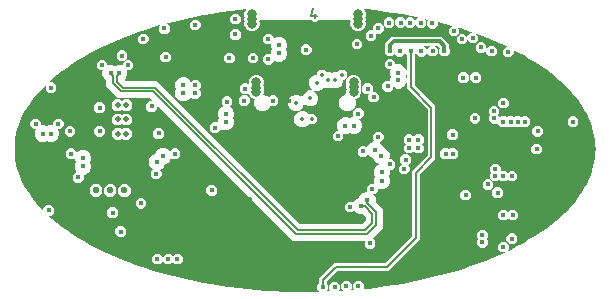
<source format=gtl>
G04 EAGLE Gerber RS-274X export*
G75*
%MOMM*%
%FSLAX34Y34*%
%LPD*%
%IN7_Layer_4*%
%IPPOS*%
%AMOC8*
5,1,8,0,0,1.08239X$1,22.5*%
G01*
%ADD10C,0.152400*%
%ADD11C,0.800000*%
%ADD12C,0.500000*%
%ADD13C,0.550000*%
%ADD14C,0.400000*%
%ADD15C,0.350000*%
%ADD16C,0.300000*%
%ADD17C,0.160000*%

G36*
X255872Y4035D02*
X255872Y4035D01*
X255873Y4035D01*
X262466Y4165D01*
X262467Y4166D01*
X262469Y4166D01*
X262469Y4168D01*
X262471Y4170D01*
X262469Y4171D01*
X262469Y4174D01*
X260505Y6138D01*
X260505Y9862D01*
X261703Y11060D01*
X261704Y11063D01*
X261705Y11064D01*
X261705Y15365D01*
X274635Y28295D01*
X317633Y28295D01*
X317635Y28297D01*
X317637Y28297D01*
X340703Y51363D01*
X340703Y51365D01*
X340704Y51366D01*
X340705Y51367D01*
X340705Y106365D01*
X342637Y108297D01*
X353703Y119363D01*
X353704Y119366D01*
X353705Y119367D01*
X353705Y158633D01*
X353703Y158635D01*
X353703Y158637D01*
X336105Y176235D01*
X336105Y204936D01*
X336103Y204938D01*
X336103Y204939D01*
X335004Y206039D01*
X335002Y206039D01*
X335001Y206041D01*
X334999Y206039D01*
X334997Y206040D01*
X334997Y206037D01*
X334995Y206036D01*
X334995Y205838D01*
X332362Y203205D01*
X328638Y203205D01*
X326104Y205739D01*
X326101Y205739D01*
X326100Y205740D01*
X326099Y205740D01*
X326097Y205740D01*
X326097Y205739D01*
X326096Y205739D01*
X323862Y203505D01*
X320138Y203505D01*
X317505Y206138D01*
X317505Y209862D01*
X318003Y210361D01*
X318004Y210363D01*
X318005Y210364D01*
X318005Y214655D01*
X323345Y219995D01*
X365655Y219995D01*
X371995Y213655D01*
X371995Y210364D01*
X371997Y210362D01*
X371997Y210360D01*
X372495Y209862D01*
X372495Y206138D01*
X369862Y203505D01*
X366138Y203505D01*
X363505Y206138D01*
X363505Y209862D01*
X363993Y210350D01*
X363993Y210357D01*
X362347Y212003D01*
X362344Y212004D01*
X362343Y212005D01*
X360364Y212005D01*
X360363Y212004D01*
X360361Y212004D01*
X360361Y212002D01*
X360359Y212000D01*
X360361Y211999D01*
X360361Y211996D01*
X362495Y209862D01*
X362495Y206138D01*
X359862Y203505D01*
X356138Y203505D01*
X353505Y206138D01*
X353505Y209862D01*
X355639Y211996D01*
X355639Y211998D01*
X355641Y211999D01*
X355639Y212001D01*
X355640Y212003D01*
X355637Y212003D01*
X355636Y212005D01*
X350464Y212005D01*
X350463Y212004D01*
X350461Y212004D01*
X350461Y212002D01*
X350459Y212000D01*
X350461Y211999D01*
X350461Y211996D01*
X352895Y209562D01*
X352895Y205838D01*
X350262Y203205D01*
X346538Y203205D01*
X343905Y205838D01*
X343905Y206136D01*
X343904Y206137D01*
X343904Y206139D01*
X343902Y206139D01*
X343900Y206141D01*
X343899Y206139D01*
X343896Y206139D01*
X342697Y204939D01*
X342696Y204937D01*
X342695Y204936D01*
X342695Y178967D01*
X342697Y178965D01*
X342697Y178963D01*
X360295Y161365D01*
X360295Y116635D01*
X358363Y114703D01*
X347297Y103637D01*
X347297Y103634D01*
X347295Y103633D01*
X347295Y48635D01*
X345363Y46703D01*
X320365Y21705D01*
X277367Y21705D01*
X277365Y21703D01*
X277363Y21703D01*
X268297Y12637D01*
X268296Y12634D01*
X268295Y12633D01*
X268295Y11064D01*
X268297Y11062D01*
X268297Y11060D01*
X269495Y9862D01*
X269495Y6138D01*
X267698Y4341D01*
X267698Y4339D01*
X267696Y4338D01*
X267697Y4336D01*
X267697Y4334D01*
X267700Y4334D01*
X267701Y4332D01*
X271505Y4467D01*
X272131Y4500D01*
X272133Y4501D01*
X272134Y4501D01*
X272134Y4503D01*
X272136Y4504D01*
X272135Y4506D01*
X272135Y4508D01*
X270505Y6138D01*
X270505Y9862D01*
X273138Y12495D01*
X276862Y12495D01*
X279495Y9862D01*
X279495Y6138D01*
X278177Y4820D01*
X278177Y4818D01*
X278175Y4816D01*
X278176Y4815D01*
X278176Y4813D01*
X278179Y4813D01*
X278181Y4811D01*
X279293Y4868D01*
X282543Y5088D01*
X282545Y5089D01*
X282546Y5089D01*
X282546Y5091D01*
X282548Y5092D01*
X282546Y5094D01*
X282547Y5096D01*
X280505Y7138D01*
X280505Y10862D01*
X283138Y13495D01*
X286862Y13495D01*
X289495Y10862D01*
X289495Y7138D01*
X287823Y5465D01*
X287822Y5463D01*
X287821Y5462D01*
X287822Y5461D01*
X287822Y5459D01*
X287825Y5459D01*
X287826Y5457D01*
X291839Y5793D01*
X291840Y5794D01*
X291841Y5794D01*
X291842Y5795D01*
X291843Y5797D01*
X291842Y5799D01*
X291842Y5801D01*
X290505Y7138D01*
X290505Y10862D01*
X293138Y13495D01*
X296862Y13495D01*
X299495Y10862D01*
X299495Y7138D01*
X298807Y6450D01*
X298807Y6448D01*
X298806Y6447D01*
X298807Y6446D01*
X298807Y6444D01*
X298809Y6443D01*
X298811Y6442D01*
X302448Y6805D01*
X310069Y7693D01*
X317631Y8701D01*
X325124Y9827D01*
X332539Y11071D01*
X339871Y12431D01*
X347111Y13905D01*
X354253Y15493D01*
X354254Y15493D01*
X361289Y17192D01*
X368213Y19001D01*
X375016Y20917D01*
X381690Y22939D01*
X388232Y25064D01*
X394633Y27290D01*
X400886Y29615D01*
X406985Y32036D01*
X412924Y34550D01*
X418698Y37155D01*
X419407Y37495D01*
X419408Y37498D01*
X419409Y37499D01*
X419409Y37500D01*
X419409Y37501D01*
X419406Y37503D01*
X419404Y37505D01*
X416138Y37505D01*
X413505Y40138D01*
X413505Y43862D01*
X416138Y46495D01*
X419862Y46495D01*
X422495Y43862D01*
X422495Y40138D01*
X420286Y37929D01*
X420286Y37927D01*
X420285Y37926D01*
X420286Y37926D01*
X420285Y37924D01*
X420286Y37923D01*
X420285Y37922D01*
X420289Y37922D01*
X420290Y37921D01*
X420291Y37921D01*
X420292Y37921D01*
X424299Y39847D01*
X429724Y42624D01*
X434963Y45482D01*
X440015Y48418D01*
X444872Y51428D01*
X449531Y54510D01*
X449531Y54511D01*
X453986Y57659D01*
X458234Y60872D01*
X462268Y64144D01*
X462269Y64144D01*
X466088Y67472D01*
X469687Y70851D01*
X469688Y70851D01*
X473064Y74277D01*
X476216Y77747D01*
X479139Y81256D01*
X481831Y84799D01*
X484291Y88373D01*
X484292Y88373D01*
X486518Y91973D01*
X488511Y95596D01*
X490268Y99236D01*
X490268Y99237D01*
X491790Y102893D01*
X491791Y102893D01*
X493077Y106561D01*
X493077Y106562D01*
X493078Y106562D01*
X494130Y110239D01*
X494947Y113924D01*
X495531Y117614D01*
X495881Y121306D01*
X495998Y125000D01*
X495881Y128694D01*
X495531Y132386D01*
X494948Y136076D01*
X494947Y136076D01*
X494130Y139761D01*
X493078Y143438D01*
X493077Y143439D01*
X491791Y147107D01*
X491790Y147107D01*
X490268Y150763D01*
X490268Y150764D01*
X488511Y154404D01*
X486518Y158027D01*
X484292Y161627D01*
X484291Y161627D01*
X481831Y165201D01*
X479139Y168744D01*
X476216Y172253D01*
X473064Y175723D01*
X469688Y179149D01*
X469687Y179149D01*
X466088Y182528D01*
X462269Y185856D01*
X462268Y185856D01*
X458234Y189128D01*
X453986Y192341D01*
X449531Y195489D01*
X449531Y195490D01*
X444872Y198572D01*
X440015Y201582D01*
X434963Y204518D01*
X429724Y207376D01*
X426182Y209189D01*
X426179Y209189D01*
X426176Y209189D01*
X426176Y209188D01*
X426175Y209188D01*
X426176Y209185D01*
X426176Y209184D01*
X426176Y209181D01*
X426495Y208862D01*
X426495Y205138D01*
X423862Y202505D01*
X420138Y202505D01*
X417505Y205138D01*
X417505Y208862D01*
X420138Y211495D01*
X421485Y211495D01*
X421487Y211497D01*
X421489Y211497D01*
X421489Y211499D01*
X421490Y211500D01*
X421488Y211502D01*
X421487Y211505D01*
X418698Y212845D01*
X412924Y215450D01*
X406985Y217964D01*
X400886Y220385D01*
X394678Y222693D01*
X394675Y222692D01*
X394673Y222692D01*
X394673Y222691D01*
X394671Y222691D01*
X394672Y222688D01*
X394672Y222685D01*
X396495Y220862D01*
X396495Y217138D01*
X393862Y214505D01*
X390138Y214505D01*
X387504Y217139D01*
X387502Y217139D01*
X387501Y217141D01*
X387499Y217139D01*
X387497Y217140D01*
X387497Y217137D01*
X387495Y217136D01*
X387495Y216138D01*
X384862Y213505D01*
X381138Y213505D01*
X378505Y216138D01*
X378505Y219862D01*
X381138Y222495D01*
X384862Y222495D01*
X387496Y219861D01*
X387498Y219861D01*
X387499Y219859D01*
X387501Y219861D01*
X387503Y219860D01*
X387503Y219863D01*
X387505Y219864D01*
X387505Y220862D01*
X390138Y223495D01*
X392345Y223495D01*
X392347Y223497D01*
X392349Y223498D01*
X392349Y223499D01*
X392350Y223500D01*
X392348Y223502D01*
X392347Y223505D01*
X388232Y224936D01*
X381690Y227061D01*
X379709Y227661D01*
X379707Y227660D01*
X379704Y227661D01*
X379704Y227659D01*
X379703Y227659D01*
X379704Y227656D01*
X379704Y227653D01*
X380495Y226862D01*
X380495Y223138D01*
X377862Y220505D01*
X374138Y220505D01*
X371505Y223138D01*
X371505Y226862D01*
X374003Y229360D01*
X374003Y229362D01*
X374004Y229362D01*
X374004Y229364D01*
X374004Y229367D01*
X374002Y229367D01*
X374001Y229369D01*
X368213Y230999D01*
X368212Y230999D01*
X362369Y232526D01*
X362368Y232526D01*
X362367Y232525D01*
X362363Y232523D01*
X362364Y232522D01*
X362363Y232521D01*
X362363Y229542D01*
X359729Y226909D01*
X356006Y226909D01*
X353372Y229542D01*
X353372Y233266D01*
X354537Y234431D01*
X354537Y234432D01*
X354538Y234433D01*
X354537Y234434D01*
X354538Y234437D01*
X354536Y234438D01*
X354535Y234439D01*
X354254Y234507D01*
X351180Y235190D01*
X351179Y235190D01*
X351178Y235189D01*
X351176Y235190D01*
X351175Y235188D01*
X351174Y235187D01*
X351175Y235186D01*
X351174Y235186D01*
X351175Y235185D01*
X351175Y235182D01*
X352495Y233862D01*
X352495Y230138D01*
X349862Y227505D01*
X346138Y227505D01*
X343504Y230139D01*
X343497Y230140D01*
X343497Y230139D01*
X343496Y230139D01*
X340862Y227505D01*
X337138Y227505D01*
X335004Y229639D01*
X335001Y229639D01*
X335001Y229640D01*
X334999Y229640D01*
X334997Y229640D01*
X334997Y229639D01*
X334996Y229639D01*
X332862Y227505D01*
X329138Y227505D01*
X326505Y230138D01*
X326505Y233862D01*
X329138Y236495D01*
X332862Y236495D01*
X334996Y234361D01*
X334999Y234361D01*
X334999Y234360D01*
X335001Y234360D01*
X335003Y234360D01*
X335003Y234361D01*
X335004Y234361D01*
X337138Y236495D01*
X340862Y236495D01*
X343496Y233861D01*
X343503Y233860D01*
X343503Y233861D01*
X343504Y233861D01*
X345964Y236321D01*
X345964Y236322D01*
X345965Y236323D01*
X345964Y236324D01*
X345964Y236327D01*
X345962Y236327D01*
X345961Y236329D01*
X339871Y237569D01*
X332539Y238929D01*
X325124Y240173D01*
X317632Y241299D01*
X317631Y241299D01*
X310069Y242307D01*
X302448Y243195D01*
X299621Y243477D01*
X299619Y243476D01*
X299617Y243476D01*
X299617Y243475D01*
X299615Y243474D01*
X299617Y243472D01*
X299617Y243469D01*
X300406Y242679D01*
X301395Y240292D01*
X301395Y237708D01*
X301103Y237002D01*
X301103Y237000D01*
X301103Y236999D01*
X301103Y236998D01*
X301395Y236292D01*
X301395Y233708D01*
X301103Y233002D01*
X301103Y233000D01*
X301103Y232999D01*
X301103Y232998D01*
X301395Y232292D01*
X301395Y229708D01*
X300406Y227321D01*
X298579Y225494D01*
X296192Y224505D01*
X293608Y224505D01*
X291221Y225494D01*
X289394Y227321D01*
X288405Y229708D01*
X288405Y232292D01*
X288697Y232998D01*
X288697Y233000D01*
X288697Y233002D01*
X288405Y233708D01*
X288405Y234000D01*
X288400Y234005D01*
X261293Y234005D01*
X261291Y234003D01*
X261290Y234004D01*
X259791Y232505D01*
X257093Y232505D01*
X255594Y234004D01*
X255592Y234004D01*
X255590Y234005D01*
X211600Y234005D01*
X211595Y234001D01*
X211596Y234000D01*
X211595Y234000D01*
X211595Y233708D01*
X211303Y233002D01*
X211303Y233000D01*
X211303Y232999D01*
X211303Y232998D01*
X211595Y232292D01*
X211595Y229708D01*
X210606Y227321D01*
X208779Y225494D01*
X206392Y224505D01*
X203808Y224505D01*
X201421Y225494D01*
X199594Y227321D01*
X198605Y229708D01*
X198605Y232292D01*
X198897Y232998D01*
X198897Y233000D01*
X198897Y233002D01*
X198605Y233708D01*
X198605Y236292D01*
X198897Y236998D01*
X198897Y237000D01*
X198897Y237002D01*
X198605Y237708D01*
X198605Y240292D01*
X199594Y242679D01*
X200392Y243477D01*
X200392Y243479D01*
X200393Y243481D01*
X200392Y243482D01*
X200392Y243484D01*
X200390Y243484D01*
X200388Y243486D01*
X193733Y242766D01*
X186141Y241818D01*
X178613Y240751D01*
X171159Y239566D01*
X163783Y238264D01*
X156497Y236846D01*
X149306Y235315D01*
X149305Y235315D01*
X142214Y233671D01*
X142213Y233671D01*
X135234Y231917D01*
X133045Y231323D01*
X133044Y231322D01*
X133043Y231322D01*
X133043Y231320D01*
X133041Y231318D01*
X133043Y231317D01*
X133042Y231315D01*
X135495Y228862D01*
X135495Y225138D01*
X132862Y222505D01*
X129138Y222505D01*
X126505Y225138D01*
X126505Y228862D01*
X127406Y229763D01*
X127406Y229765D01*
X127407Y229767D01*
X127406Y229768D01*
X127406Y229770D01*
X127403Y229770D01*
X127401Y229771D01*
X121631Y228085D01*
X115022Y226012D01*
X115022Y226011D01*
X108550Y223835D01*
X102221Y221559D01*
X96045Y219186D01*
X90024Y216718D01*
X84167Y214159D01*
X78479Y211510D01*
X72967Y208775D01*
X72966Y208775D01*
X67634Y205957D01*
X62487Y203060D01*
X57532Y200086D01*
X52774Y197039D01*
X48216Y193923D01*
X43864Y190742D01*
X39722Y187500D01*
X35795Y184199D01*
X32084Y180845D01*
X28596Y177442D01*
X28596Y177441D01*
X25332Y173993D01*
X22294Y170503D01*
X19486Y166977D01*
X19486Y166976D01*
X16910Y163418D01*
X14566Y159830D01*
X12456Y156219D01*
X12456Y156218D01*
X10581Y152586D01*
X8941Y148937D01*
X8941Y148936D01*
X7537Y145274D01*
X7536Y145274D01*
X6367Y141601D01*
X5432Y137919D01*
X4731Y134232D01*
X4732Y134232D01*
X4731Y134232D01*
X4731Y134231D01*
X4731Y134226D01*
X4730Y134221D01*
X4729Y134216D01*
X4726Y134191D01*
X4726Y134186D01*
X4725Y134181D01*
X4724Y134176D01*
X4724Y134171D01*
X4720Y134141D01*
X4719Y134136D01*
X4719Y134131D01*
X4718Y134126D01*
X4714Y134097D01*
X4714Y134092D01*
X4713Y134087D01*
X4712Y134082D01*
X4712Y134077D01*
X4709Y134052D01*
X4708Y134047D01*
X4707Y134042D01*
X4707Y134037D01*
X4706Y134032D01*
X4702Y134002D01*
X4702Y133997D01*
X4701Y133992D01*
X4701Y133987D01*
X4697Y133958D01*
X4697Y133957D01*
X4696Y133953D01*
X4696Y133952D01*
X4696Y133948D01*
X4695Y133948D01*
X4696Y133948D01*
X4695Y133943D01*
X4694Y133938D01*
X4691Y133913D01*
X4690Y133908D01*
X4690Y133903D01*
X4689Y133898D01*
X4689Y133893D01*
X4685Y133868D01*
X4685Y133863D01*
X4684Y133858D01*
X4684Y133853D01*
X4683Y133848D01*
X4679Y133818D01*
X4679Y133813D01*
X4678Y133808D01*
X4677Y133803D01*
X4674Y133774D01*
X4673Y133774D01*
X4674Y133774D01*
X4673Y133769D01*
X4672Y133764D01*
X4672Y133759D01*
X4671Y133754D01*
X4668Y133729D01*
X4667Y133724D01*
X4667Y133719D01*
X4666Y133714D01*
X4665Y133709D01*
X4662Y133679D01*
X4661Y133674D01*
X4660Y133669D01*
X4660Y133664D01*
X4656Y133635D01*
X4656Y133634D01*
X4655Y133630D01*
X4655Y133625D01*
X4654Y133620D01*
X4653Y133615D01*
X4650Y133590D01*
X4650Y133585D01*
X4649Y133580D01*
X4648Y133575D01*
X4648Y133570D01*
X4644Y133540D01*
X4643Y133535D01*
X4643Y133530D01*
X4642Y133525D01*
X4638Y133495D01*
X4638Y133490D01*
X4637Y133485D01*
X4636Y133481D01*
X4636Y133480D01*
X4636Y133476D01*
X4636Y133475D01*
X4633Y133451D01*
X4632Y133446D01*
X4631Y133441D01*
X4631Y133436D01*
X4630Y133431D01*
X4626Y133401D01*
X4626Y133396D01*
X4625Y133391D01*
X4625Y133386D01*
X4624Y133386D01*
X4625Y133386D01*
X4621Y133356D01*
X4620Y133351D01*
X4619Y133346D01*
X4619Y133341D01*
X4618Y133336D01*
X4615Y133312D01*
X4614Y133307D01*
X4614Y133302D01*
X4613Y133297D01*
X4613Y133292D01*
X4609Y133262D01*
X4608Y133257D01*
X4608Y133252D01*
X4607Y133247D01*
X4603Y133217D01*
X4603Y133212D01*
X4602Y133212D01*
X4603Y133212D01*
X4602Y133207D01*
X4601Y133202D01*
X4601Y133197D01*
X4597Y133172D01*
X4597Y133167D01*
X4596Y133163D01*
X4596Y133162D01*
X4596Y133158D01*
X4596Y133157D01*
X4595Y133153D01*
X4591Y133123D01*
X4591Y133118D01*
X4590Y133113D01*
X4589Y133108D01*
X4586Y133078D01*
X4585Y133073D01*
X4584Y133068D01*
X4584Y133063D01*
X4580Y133033D01*
X4579Y133028D01*
X4579Y133023D01*
X4578Y133018D01*
X4577Y133013D01*
X4574Y132989D01*
X4574Y132984D01*
X4573Y132979D01*
X4572Y132974D01*
X4572Y132969D01*
X4568Y132939D01*
X4567Y132934D01*
X4567Y132929D01*
X4566Y132924D01*
X4562Y132894D01*
X4562Y132889D01*
X4561Y132884D01*
X4560Y132879D01*
X4560Y132874D01*
X4557Y132849D01*
X4556Y132845D01*
X4556Y132844D01*
X4555Y132840D01*
X4555Y132839D01*
X4555Y132835D01*
X4554Y132830D01*
X4550Y132800D01*
X4550Y132795D01*
X4549Y132790D01*
X4548Y132785D01*
X4545Y132755D01*
X4544Y132750D01*
X4543Y132745D01*
X4543Y132740D01*
X4542Y132735D01*
X4539Y132710D01*
X4538Y132705D01*
X4538Y132700D01*
X4537Y132695D01*
X4537Y132690D01*
X4533Y132661D01*
X4532Y132656D01*
X4532Y132651D01*
X4531Y132651D01*
X4532Y132651D01*
X4531Y132646D01*
X4527Y132616D01*
X4526Y132611D01*
X4526Y132606D01*
X4525Y132601D01*
X4525Y132596D01*
X4521Y132571D01*
X4521Y132566D01*
X4520Y132561D01*
X4520Y132556D01*
X4519Y132551D01*
X4515Y132522D01*
X4515Y132521D01*
X4515Y132517D01*
X4514Y132512D01*
X4513Y132507D01*
X4510Y132477D01*
X4509Y132477D01*
X4510Y132477D01*
X4509Y132472D01*
X4508Y132467D01*
X4508Y132462D01*
X4507Y132457D01*
X4504Y132432D01*
X4503Y132427D01*
X4503Y132422D01*
X4502Y132417D01*
X4501Y132412D01*
X4498Y132382D01*
X4497Y132377D01*
X4496Y132372D01*
X4496Y132368D01*
X4496Y132367D01*
X4492Y132338D01*
X4491Y132333D01*
X4491Y132328D01*
X4490Y132323D01*
X4486Y132293D01*
X4486Y132288D01*
X4485Y132283D01*
X4484Y132278D01*
X4484Y132273D01*
X4481Y132248D01*
X4480Y132243D01*
X4479Y132238D01*
X4479Y132233D01*
X4478Y132228D01*
X4474Y132199D01*
X4474Y132194D01*
X4473Y132189D01*
X4472Y132184D01*
X4469Y132154D01*
X4468Y132149D01*
X4467Y132144D01*
X4467Y132139D01*
X4466Y132134D01*
X4463Y132109D01*
X4462Y132104D01*
X4462Y132099D01*
X4461Y132094D01*
X4461Y132089D01*
X4460Y132089D01*
X4457Y132059D01*
X4456Y132054D01*
X4455Y132050D01*
X4455Y132049D01*
X4455Y132045D01*
X4455Y132044D01*
X4451Y132015D01*
X4450Y132010D01*
X4450Y132005D01*
X4449Y132000D01*
X4449Y131995D01*
X4445Y131970D01*
X4445Y131965D01*
X4444Y131960D01*
X4444Y131955D01*
X4443Y131950D01*
X4439Y131920D01*
X4439Y131915D01*
X4438Y131915D01*
X4439Y131915D01*
X4438Y131910D01*
X4437Y131905D01*
X4433Y131876D01*
X4433Y131871D01*
X4432Y131866D01*
X4432Y131861D01*
X4431Y131856D01*
X4428Y131831D01*
X4427Y131826D01*
X4427Y131821D01*
X4426Y131816D01*
X4425Y131811D01*
X4422Y131781D01*
X4421Y131776D01*
X4420Y131771D01*
X4420Y131766D01*
X4416Y131736D01*
X4415Y131732D01*
X4415Y131731D01*
X4415Y131727D01*
X4415Y131726D01*
X4414Y131722D01*
X4413Y131717D01*
X4410Y131692D01*
X4410Y131687D01*
X4409Y131682D01*
X4408Y131677D01*
X4408Y131672D01*
X4404Y131642D01*
X4403Y131637D01*
X4403Y131632D01*
X4402Y131627D01*
X4398Y131597D01*
X4398Y131592D01*
X4397Y131587D01*
X4396Y131582D01*
X4393Y131553D01*
X4392Y131548D01*
X4391Y131543D01*
X4391Y131538D01*
X4390Y131533D01*
X4387Y131508D01*
X4386Y131503D01*
X4386Y131498D01*
X4385Y131493D01*
X4384Y131488D01*
X4381Y131458D01*
X4380Y131453D01*
X4379Y131448D01*
X4379Y131443D01*
X4375Y131414D01*
X4375Y131413D01*
X4374Y131409D01*
X4374Y131408D01*
X4374Y131404D01*
X4373Y131399D01*
X4373Y131394D01*
X4369Y131369D01*
X4369Y131364D01*
X4368Y131359D01*
X4368Y131354D01*
X4367Y131354D01*
X4368Y131354D01*
X4367Y131349D01*
X4363Y131319D01*
X4362Y131314D01*
X4362Y131309D01*
X4361Y131304D01*
X4357Y131274D01*
X4357Y131269D01*
X4356Y131264D01*
X4356Y131259D01*
X4355Y131255D01*
X4355Y131254D01*
X4352Y131230D01*
X4351Y131225D01*
X4351Y131220D01*
X4350Y131215D01*
X4349Y131210D01*
X4346Y131180D01*
X4345Y131180D01*
X4346Y131180D01*
X4345Y131175D01*
X4344Y131170D01*
X4344Y131165D01*
X4340Y131135D01*
X4339Y131130D01*
X4339Y131125D01*
X4338Y131120D01*
X4337Y131115D01*
X4334Y131091D01*
X4334Y131090D01*
X4334Y131086D01*
X4333Y131081D01*
X4332Y131076D01*
X4332Y131071D01*
X4328Y131041D01*
X4327Y131036D01*
X4327Y131031D01*
X4326Y131026D01*
X4322Y130996D01*
X4322Y130991D01*
X4321Y130986D01*
X4320Y130981D01*
X4320Y130976D01*
X4317Y130951D01*
X4316Y130946D01*
X4315Y130941D01*
X4315Y130937D01*
X4315Y130936D01*
X4314Y130932D01*
X4314Y130931D01*
X4310Y130902D01*
X4310Y130897D01*
X4309Y130892D01*
X4308Y130887D01*
X4305Y130857D01*
X4304Y130852D01*
X4303Y130847D01*
X4303Y130842D01*
X4299Y130812D01*
X4298Y130807D01*
X4298Y130802D01*
X4297Y130797D01*
X4297Y130792D01*
X4296Y130792D01*
X4293Y130768D01*
X4293Y130763D01*
X4292Y130758D01*
X4291Y130753D01*
X4291Y130748D01*
X4287Y130718D01*
X4286Y130713D01*
X4286Y130708D01*
X4285Y130703D01*
X4281Y130673D01*
X4281Y130668D01*
X4280Y130663D01*
X4280Y130658D01*
X4279Y130653D01*
X4276Y130628D01*
X4275Y130623D01*
X4275Y130619D01*
X4274Y130618D01*
X4275Y130618D01*
X4274Y130614D01*
X4274Y130613D01*
X4273Y130609D01*
X4269Y130579D01*
X4269Y130574D01*
X4268Y130569D01*
X4268Y130564D01*
X4265Y130540D01*
X4264Y130534D01*
X4264Y130529D01*
X4264Y130524D01*
X4257Y130415D01*
X4256Y130410D01*
X4256Y130405D01*
X4249Y130296D01*
X4249Y130295D01*
X4249Y130291D01*
X4249Y130286D01*
X4242Y130176D01*
X4241Y130171D01*
X4241Y130166D01*
X4241Y130161D01*
X4234Y130057D01*
X4234Y130052D01*
X4233Y130047D01*
X4233Y130042D01*
X4227Y129938D01*
X4226Y129933D01*
X4226Y129928D01*
X4226Y129923D01*
X4219Y129819D01*
X4219Y129818D01*
X4219Y129814D01*
X4218Y129809D01*
X4218Y129804D01*
X4212Y129699D01*
X4211Y129699D01*
X4212Y129699D01*
X4211Y129694D01*
X4211Y129689D01*
X4211Y129684D01*
X4204Y129575D01*
X4203Y129570D01*
X4203Y129565D01*
X4196Y129456D01*
X4196Y129451D01*
X4196Y129446D01*
X4195Y129446D01*
X4189Y129337D01*
X4188Y129332D01*
X4188Y129327D01*
X4181Y129217D01*
X4181Y129212D01*
X4180Y129207D01*
X4174Y129098D01*
X4173Y129093D01*
X4173Y129088D01*
X4166Y128979D01*
X4166Y128974D01*
X4165Y128969D01*
X4158Y128860D01*
X4158Y128855D01*
X4158Y128850D01*
X4151Y128740D01*
X4151Y128735D01*
X4150Y128730D01*
X4143Y128621D01*
X4143Y128616D01*
X4143Y128611D01*
X4136Y128502D01*
X4136Y128497D01*
X4135Y128492D01*
X4128Y128383D01*
X4128Y128378D01*
X4128Y128373D01*
X4121Y128263D01*
X4121Y128258D01*
X4120Y128258D01*
X4121Y128258D01*
X4120Y128253D01*
X4113Y128144D01*
X4113Y128139D01*
X4113Y128134D01*
X4106Y128025D01*
X4105Y128020D01*
X4105Y128015D01*
X4098Y127906D01*
X4098Y127901D01*
X4098Y127896D01*
X4091Y127786D01*
X4090Y127781D01*
X4090Y127776D01*
X4083Y127667D01*
X4083Y127662D01*
X4083Y127657D01*
X4076Y127548D01*
X4075Y127543D01*
X4075Y127538D01*
X4068Y127429D01*
X4068Y127424D01*
X4067Y127419D01*
X4061Y127309D01*
X4060Y127304D01*
X4060Y127299D01*
X4053Y127190D01*
X4053Y127185D01*
X4052Y127180D01*
X4046Y127071D01*
X4045Y127071D01*
X4046Y127071D01*
X4045Y127066D01*
X4045Y127061D01*
X4038Y126952D01*
X4038Y126947D01*
X4037Y126942D01*
X4031Y126847D01*
X4032Y126847D01*
X4031Y126847D01*
X4031Y123153D01*
X4032Y123153D01*
X4031Y123153D01*
X4265Y119460D01*
X4731Y115768D01*
X4732Y115768D01*
X4731Y115768D01*
X5432Y112081D01*
X6367Y108399D01*
X7536Y104726D01*
X7537Y104726D01*
X8941Y101063D01*
X10581Y97414D01*
X12456Y93782D01*
X12456Y93781D01*
X14566Y90170D01*
X16910Y86582D01*
X19486Y83024D01*
X19486Y83023D01*
X22294Y79497D01*
X25332Y76007D01*
X28496Y72664D01*
X28498Y72664D01*
X28499Y72662D01*
X28500Y72663D01*
X28500Y72662D01*
X28501Y72663D01*
X28503Y72663D01*
X28503Y72665D01*
X28505Y72667D01*
X28505Y74862D01*
X31138Y77495D01*
X34862Y77495D01*
X37495Y74862D01*
X37495Y71138D01*
X34862Y68505D01*
X32817Y68505D01*
X32815Y68504D01*
X32813Y68504D01*
X32813Y68502D01*
X32812Y68500D01*
X32813Y68499D01*
X32813Y68496D01*
X35795Y65801D01*
X39722Y62500D01*
X43864Y59258D01*
X48216Y56077D01*
X52774Y52961D01*
X57532Y49914D01*
X62487Y46940D01*
X67634Y44043D01*
X72966Y41225D01*
X72967Y41225D01*
X78479Y38490D01*
X84167Y35841D01*
X90024Y33282D01*
X96045Y30814D01*
X102222Y28441D01*
X108550Y26165D01*
X115022Y23989D01*
X115022Y23988D01*
X121631Y21915D01*
X128371Y19945D01*
X135234Y18083D01*
X142213Y16329D01*
X149305Y14685D01*
X156497Y13154D01*
X163783Y11736D01*
X171159Y10434D01*
X178613Y9249D01*
X186141Y8182D01*
X193734Y7234D01*
X201384Y6406D01*
X209082Y5700D01*
X216823Y5115D01*
X224597Y4653D01*
X232397Y4313D01*
X240215Y4097D01*
X248043Y4004D01*
X255872Y4035D01*
G37*
%LPC*%
G36*
X303138Y40505D02*
X303138Y40505D01*
X300505Y43138D01*
X300505Y46862D01*
X300539Y46896D01*
X300539Y46898D01*
X300540Y46899D01*
X300541Y46899D01*
X300539Y46901D01*
X300540Y46903D01*
X300537Y46903D01*
X300536Y46905D01*
X239900Y46905D01*
X236503Y50301D01*
X124504Y162301D01*
X124502Y162301D01*
X124501Y162302D01*
X124499Y162301D01*
X124497Y162301D01*
X124497Y162299D01*
X124495Y162297D01*
X124495Y159138D01*
X121862Y156505D01*
X118138Y156505D01*
X115505Y159138D01*
X115505Y162862D01*
X118138Y165495D01*
X121297Y165495D01*
X121298Y165496D01*
X121300Y165496D01*
X121300Y165498D01*
X121302Y165500D01*
X121301Y165501D01*
X121301Y165504D01*
X118901Y167903D01*
X118899Y167904D01*
X118897Y167905D01*
X91883Y167905D01*
X81555Y178233D01*
X81555Y183018D01*
X81552Y183021D01*
X81552Y183022D01*
X81438Y183070D01*
X79470Y185038D01*
X78405Y187609D01*
X78405Y190391D01*
X78863Y191498D01*
X78863Y191499D01*
X78862Y191501D01*
X78861Y191504D01*
X78860Y191504D01*
X78859Y191505D01*
X76138Y191505D01*
X73505Y194138D01*
X73505Y197862D01*
X76138Y200495D01*
X79862Y200495D01*
X82495Y197862D01*
X82495Y195376D01*
X82496Y195375D01*
X82495Y195374D01*
X82497Y195374D01*
X82500Y195371D01*
X82501Y195372D01*
X82502Y195371D01*
X84009Y195995D01*
X86791Y195995D01*
X88998Y195081D01*
X89000Y195082D01*
X89002Y195081D01*
X91209Y195995D01*
X93991Y195995D01*
X95498Y195371D01*
X95499Y195371D01*
X95501Y195372D01*
X95504Y195373D01*
X95504Y195375D01*
X95505Y195376D01*
X95505Y197862D01*
X98138Y200495D01*
X101862Y200495D01*
X104495Y197862D01*
X104495Y194138D01*
X101862Y191505D01*
X99141Y191505D01*
X99141Y191504D01*
X99140Y191505D01*
X99139Y191503D01*
X99137Y191500D01*
X99138Y191499D01*
X99137Y191498D01*
X99595Y190391D01*
X99595Y187609D01*
X98530Y185038D01*
X97173Y183680D01*
X97172Y183673D01*
X97173Y183673D01*
X98049Y182797D01*
X98051Y182796D01*
X98053Y182795D01*
X125067Y182795D01*
X246066Y61797D01*
X246068Y61796D01*
X246069Y61796D01*
X246070Y61795D01*
X298597Y61795D01*
X298599Y61797D01*
X298601Y61797D01*
X301203Y64399D01*
X301204Y64401D01*
X301205Y64403D01*
X301205Y67597D01*
X301203Y67599D01*
X301203Y67601D01*
X299132Y69672D01*
X299128Y69672D01*
X299127Y69673D01*
X299013Y69626D01*
X296230Y69626D01*
X293659Y70691D01*
X291691Y72659D01*
X291496Y73129D01*
X291495Y73130D01*
X291493Y73130D01*
X291490Y73132D01*
X291489Y73131D01*
X291488Y73131D01*
X289862Y71505D01*
X286138Y71505D01*
X283505Y74138D01*
X283505Y77862D01*
X286138Y80495D01*
X289862Y80495D01*
X291124Y79233D01*
X291125Y79233D01*
X291125Y79232D01*
X291127Y79233D01*
X291131Y79233D01*
X291131Y79234D01*
X291132Y79235D01*
X291691Y80583D01*
X293659Y82551D01*
X295865Y83465D01*
X295866Y83467D01*
X295868Y83468D01*
X296782Y85675D01*
X298750Y87643D01*
X301321Y88707D01*
X302923Y88707D01*
X302925Y88709D01*
X302926Y88708D01*
X302927Y88710D01*
X302928Y88712D01*
X302927Y88714D01*
X302927Y88716D01*
X302505Y89138D01*
X302505Y92862D01*
X305138Y95495D01*
X308417Y95495D01*
X308418Y95496D01*
X308418Y95495D01*
X308419Y95497D01*
X308422Y95500D01*
X308421Y95501D01*
X308422Y95502D01*
X308005Y96509D01*
X308005Y99291D01*
X308919Y101498D01*
X308918Y101500D01*
X308919Y101500D01*
X308918Y101501D01*
X308919Y101502D01*
X308005Y103709D01*
X308005Y106491D01*
X309070Y109062D01*
X311038Y111030D01*
X313609Y112095D01*
X316391Y112095D01*
X317498Y111637D01*
X317499Y111637D01*
X317501Y111638D01*
X317504Y111639D01*
X317504Y111640D01*
X317505Y111641D01*
X317505Y112865D01*
X317504Y112866D01*
X317505Y112867D01*
X317503Y112867D01*
X317500Y112870D01*
X317499Y112870D01*
X317498Y112870D01*
X316104Y112293D01*
X313321Y112293D01*
X310750Y113357D01*
X308782Y115325D01*
X307868Y117532D01*
X307866Y117533D01*
X307865Y117535D01*
X305659Y118449D01*
X303691Y120416D01*
X303425Y121058D01*
X303424Y121059D01*
X303425Y121059D01*
X303423Y121060D01*
X303419Y121061D01*
X303419Y121060D01*
X303417Y121060D01*
X300862Y118505D01*
X297138Y118505D01*
X294505Y121138D01*
X294505Y124862D01*
X297138Y127495D01*
X300862Y127495D01*
X302618Y125740D01*
X302619Y125739D01*
X302620Y125738D01*
X302621Y125739D01*
X302622Y125739D01*
X302624Y125739D01*
X302624Y125741D01*
X302626Y125743D01*
X302626Y125770D01*
X303691Y128341D01*
X305659Y130309D01*
X308230Y131374D01*
X309257Y131374D01*
X309258Y131375D01*
X309260Y131375D01*
X309260Y131377D01*
X309262Y131378D01*
X309260Y131380D01*
X309260Y131383D01*
X307505Y133138D01*
X307505Y136862D01*
X310138Y139495D01*
X313862Y139495D01*
X316495Y136862D01*
X316495Y133138D01*
X313862Y130505D01*
X313136Y130505D01*
X313134Y130503D01*
X313132Y130502D01*
X313132Y130501D01*
X313131Y130500D01*
X313133Y130498D01*
X313134Y130495D01*
X313584Y130309D01*
X315552Y128341D01*
X316466Y126135D01*
X316468Y126134D01*
X316468Y126132D01*
X318675Y125218D01*
X320643Y123250D01*
X321708Y120679D01*
X321708Y117896D01*
X321130Y116502D01*
X321130Y116501D01*
X321131Y116499D01*
X321132Y116496D01*
X321134Y116496D01*
X321135Y116495D01*
X323862Y116495D01*
X326495Y113862D01*
X326495Y110138D01*
X323862Y107505D01*
X321583Y107505D01*
X321582Y107504D01*
X321582Y107505D01*
X321581Y107503D01*
X321578Y107500D01*
X321579Y107499D01*
X321578Y107498D01*
X321995Y106491D01*
X321995Y103709D01*
X321081Y101502D01*
X321082Y101500D01*
X321081Y101498D01*
X321995Y99291D01*
X321995Y96509D01*
X320930Y93938D01*
X318962Y91970D01*
X316391Y90905D01*
X313609Y90905D01*
X311502Y91777D01*
X311501Y91777D01*
X311501Y91778D01*
X311500Y91777D01*
X311499Y91776D01*
X311496Y91775D01*
X311496Y91774D01*
X311495Y91773D01*
X311495Y89138D01*
X308862Y86505D01*
X307825Y86505D01*
X307823Y86504D01*
X307821Y86504D01*
X307821Y86502D01*
X307820Y86500D01*
X307821Y86499D01*
X307821Y86496D01*
X308643Y85675D01*
X309708Y83104D01*
X309708Y80321D01*
X309660Y80207D01*
X309660Y80206D01*
X309661Y80204D01*
X309661Y80203D01*
X309661Y80201D01*
X316095Y73767D01*
X316095Y58233D01*
X308164Y50301D01*
X307113Y49251D01*
X307113Y49244D01*
X309495Y46862D01*
X309495Y43138D01*
X306862Y40505D01*
X303138Y40505D01*
G37*
%LPD*%
%LPC*%
G36*
X212609Y157005D02*
X212609Y157005D01*
X210038Y158070D01*
X208070Y160038D01*
X207005Y162609D01*
X207005Y165391D01*
X207670Y166998D01*
X207670Y166999D01*
X207671Y166999D01*
X207669Y167001D01*
X207668Y167004D01*
X207667Y167004D01*
X207666Y167005D01*
X207408Y167005D01*
X205021Y167994D01*
X203194Y169821D01*
X202205Y172208D01*
X202205Y172836D01*
X202204Y172837D01*
X202204Y172839D01*
X202202Y172839D01*
X202200Y172841D01*
X202199Y172839D01*
X202196Y172839D01*
X200862Y171505D01*
X197138Y171505D01*
X194505Y174138D01*
X194505Y177862D01*
X197138Y180495D01*
X200862Y180495D01*
X202452Y178906D01*
X202453Y178905D01*
X202454Y178905D01*
X202458Y178905D01*
X202458Y178907D01*
X202460Y178907D01*
X202601Y179248D01*
X202600Y179250D01*
X202601Y179252D01*
X202205Y180208D01*
X202205Y182792D01*
X203194Y185179D01*
X205021Y187006D01*
X207408Y187995D01*
X209992Y187995D01*
X212379Y187006D01*
X214206Y185179D01*
X215195Y182792D01*
X215195Y180208D01*
X214799Y179252D01*
X214800Y179250D01*
X214799Y179248D01*
X215195Y178292D01*
X215195Y175708D01*
X215006Y175252D01*
X215007Y175250D01*
X215006Y175248D01*
X215195Y174792D01*
X215195Y172208D01*
X214696Y171002D01*
X214696Y171001D01*
X214695Y171001D01*
X214697Y170999D01*
X214698Y170996D01*
X214699Y170996D01*
X214700Y170995D01*
X215391Y170995D01*
X217962Y169930D01*
X219264Y168628D01*
X219271Y168628D01*
X221138Y170495D01*
X224862Y170495D01*
X227495Y167862D01*
X227495Y164138D01*
X224862Y161505D01*
X221138Y161505D01*
X220719Y161924D01*
X220718Y161924D01*
X220718Y161925D01*
X220716Y161924D01*
X220712Y161924D01*
X220712Y161923D01*
X220711Y161922D01*
X219930Y160038D01*
X217962Y158070D01*
X215391Y157005D01*
X212609Y157005D01*
G37*
%LPD*%
%LPC*%
G36*
X258658Y174255D02*
X258658Y174255D01*
X256179Y175282D01*
X254282Y177179D01*
X253255Y179658D01*
X253255Y182342D01*
X254282Y184821D01*
X256179Y186718D01*
X258658Y187745D01*
X259750Y187745D01*
X259755Y187750D01*
X259754Y187750D01*
X259755Y187750D01*
X259755Y189758D01*
X262242Y192245D01*
X265758Y192245D01*
X268245Y189758D01*
X268245Y189726D01*
X268246Y189726D01*
X268245Y189725D01*
X268247Y189724D01*
X268250Y189722D01*
X268251Y189723D01*
X268252Y189722D01*
X268308Y189745D01*
X270992Y189745D01*
X272498Y189121D01*
X272500Y189122D01*
X272502Y189121D01*
X274008Y189745D01*
X276692Y189745D01*
X276748Y189722D01*
X276749Y189722D01*
X276751Y189723D01*
X276754Y189724D01*
X276754Y189725D01*
X276755Y189726D01*
X276755Y189758D01*
X279242Y192245D01*
X282758Y192245D01*
X285245Y189758D01*
X285245Y186242D01*
X282758Y183755D01*
X282100Y183755D01*
X282095Y183750D01*
X282096Y183750D01*
X282095Y183750D01*
X282095Y181658D01*
X281068Y179179D01*
X279171Y177282D01*
X276692Y176255D01*
X274008Y176255D01*
X272502Y176879D01*
X272500Y176878D01*
X272498Y176879D01*
X270992Y176255D01*
X268308Y176255D01*
X265829Y177282D01*
X265786Y177325D01*
X265785Y177325D01*
X265785Y177326D01*
X265783Y177325D01*
X265779Y177325D01*
X265779Y177324D01*
X265778Y177323D01*
X265718Y177179D01*
X263821Y175282D01*
X261342Y174255D01*
X258658Y174255D01*
G37*
%LPD*%
%LPC*%
G36*
X284559Y156755D02*
X284559Y156755D01*
X281896Y157858D01*
X279858Y159896D01*
X278755Y162559D01*
X278755Y165441D01*
X279858Y168104D01*
X281896Y170142D01*
X284559Y171245D01*
X285196Y171245D01*
X285197Y171246D01*
X285197Y171245D01*
X285198Y171247D01*
X285201Y171250D01*
X285200Y171251D01*
X285201Y171252D01*
X284805Y172208D01*
X284805Y174792D01*
X285097Y175498D01*
X285097Y175499D01*
X285097Y175500D01*
X285097Y175501D01*
X285097Y175502D01*
X284805Y176208D01*
X284805Y178792D01*
X285097Y179498D01*
X285097Y179499D01*
X285097Y179500D01*
X285097Y179501D01*
X285097Y179502D01*
X284805Y180208D01*
X284805Y182792D01*
X285794Y185179D01*
X287621Y187006D01*
X290008Y187995D01*
X292592Y187995D01*
X294979Y187006D01*
X296806Y185179D01*
X297795Y182792D01*
X297795Y180208D01*
X297503Y179502D01*
X297503Y179501D01*
X297503Y179500D01*
X297503Y179498D01*
X297795Y178792D01*
X297795Y176208D01*
X297503Y175502D01*
X297503Y175501D01*
X297503Y175500D01*
X297503Y175498D01*
X297795Y174792D01*
X297795Y172208D01*
X296806Y169821D01*
X294979Y167994D01*
X292601Y167009D01*
X292600Y167006D01*
X292598Y167005D01*
X292599Y167004D01*
X292598Y167003D01*
X292599Y167003D01*
X292599Y167002D01*
X293245Y165441D01*
X293245Y162559D01*
X292142Y159896D01*
X290104Y157858D01*
X287441Y156755D01*
X284559Y156755D01*
G37*
%LPD*%
%LPC*%
G36*
X276138Y131505D02*
X276138Y131505D01*
X273505Y134138D01*
X273505Y137862D01*
X276138Y140495D01*
X278450Y140495D01*
X278451Y140496D01*
X278453Y140496D01*
X278453Y140498D01*
X278455Y140500D01*
X278453Y140501D01*
X278454Y140504D01*
X278220Y140738D01*
X277155Y143309D01*
X277155Y146091D01*
X278220Y148662D01*
X280188Y150630D01*
X282759Y151695D01*
X285541Y151695D01*
X287495Y150886D01*
X287497Y150887D01*
X287499Y150886D01*
X289810Y151844D01*
X291787Y151844D01*
X291789Y151845D01*
X291790Y151845D01*
X291790Y151846D01*
X291792Y151848D01*
X291791Y151850D01*
X291791Y151852D01*
X290505Y153138D01*
X290505Y156862D01*
X293138Y159495D01*
X296862Y159495D01*
X299495Y156862D01*
X299495Y153138D01*
X296862Y150505D01*
X295450Y150505D01*
X295449Y150504D01*
X295447Y150504D01*
X295447Y150502D01*
X295445Y150500D01*
X295447Y150499D01*
X295446Y150496D01*
X297132Y148811D01*
X298197Y146240D01*
X298197Y143457D01*
X297132Y140886D01*
X295164Y138918D01*
X292593Y137853D01*
X289810Y137853D01*
X287857Y138662D01*
X287856Y138662D01*
X287854Y138662D01*
X287853Y138662D01*
X285541Y137705D01*
X282759Y137705D01*
X282502Y137811D01*
X282501Y137811D01*
X282499Y137810D01*
X282496Y137809D01*
X282496Y137807D01*
X282495Y137806D01*
X282495Y134138D01*
X279862Y131505D01*
X276138Y131505D01*
G37*
%LPD*%
%LPC*%
G36*
X56138Y96505D02*
X56138Y96505D01*
X53505Y99138D01*
X53505Y102862D01*
X56138Y105495D01*
X56900Y105495D01*
X56901Y105496D01*
X56903Y105496D01*
X56903Y105498D01*
X56905Y105500D01*
X56903Y105501D01*
X56904Y105504D01*
X56070Y106338D01*
X55005Y108909D01*
X55005Y111691D01*
X55815Y113648D01*
X55815Y113649D01*
X55815Y113650D01*
X55815Y113652D01*
X55005Y115609D01*
X55005Y117636D01*
X55004Y117637D01*
X55004Y117639D01*
X55002Y117639D01*
X55000Y117641D01*
X54999Y117640D01*
X54998Y117639D01*
X54996Y117639D01*
X53862Y116505D01*
X50138Y116505D01*
X47505Y119138D01*
X47505Y122862D01*
X50138Y125495D01*
X53862Y125495D01*
X56495Y122862D01*
X56495Y121400D01*
X56496Y121399D01*
X56496Y121397D01*
X56498Y121397D01*
X56500Y121395D01*
X56501Y121396D01*
X56502Y121396D01*
X56504Y121396D01*
X58038Y122930D01*
X60609Y123995D01*
X63391Y123995D01*
X65962Y122930D01*
X67930Y120962D01*
X68995Y118391D01*
X68995Y115609D01*
X68185Y113652D01*
X68185Y113651D01*
X68185Y113650D01*
X68185Y113649D01*
X68185Y113648D01*
X68995Y111691D01*
X68995Y108909D01*
X67930Y106338D01*
X65962Y104370D01*
X63391Y103305D01*
X62064Y103305D01*
X62063Y103304D01*
X62061Y103304D01*
X62061Y103302D01*
X62059Y103300D01*
X62061Y103299D01*
X62061Y103296D01*
X62495Y102862D01*
X62495Y99138D01*
X59862Y96505D01*
X56138Y96505D01*
G37*
%LPD*%
%LPC*%
G36*
X217138Y196505D02*
X217138Y196505D01*
X214505Y199138D01*
X214505Y202862D01*
X217138Y205495D01*
X220862Y205495D01*
X220996Y205361D01*
X220998Y205361D01*
X220999Y205359D01*
X221001Y205361D01*
X221003Y205360D01*
X221003Y205363D01*
X221005Y205364D01*
X221005Y207441D01*
X221765Y209277D01*
X221765Y209280D01*
X221765Y209281D01*
X220905Y211359D01*
X220905Y213536D01*
X220904Y213537D01*
X220904Y213539D01*
X220902Y213539D01*
X220900Y213541D01*
X220899Y213539D01*
X220896Y213539D01*
X220862Y213505D01*
X217138Y213505D01*
X214505Y216138D01*
X214505Y219862D01*
X217138Y222495D01*
X220862Y222495D01*
X223495Y219862D01*
X223495Y218250D01*
X223496Y218249D01*
X223496Y218247D01*
X223498Y218247D01*
X223500Y218245D01*
X223501Y218247D01*
X223504Y218246D01*
X223938Y218680D01*
X226509Y219745D01*
X229291Y219745D01*
X231862Y218680D01*
X233830Y216712D01*
X234895Y214141D01*
X234895Y211359D01*
X234135Y209523D01*
X234135Y209522D01*
X234135Y209520D01*
X234135Y209519D01*
X234995Y207441D01*
X234995Y204659D01*
X233930Y202088D01*
X231962Y200120D01*
X229391Y199055D01*
X226609Y199055D01*
X224038Y200120D01*
X223504Y200654D01*
X223502Y200654D01*
X223501Y200655D01*
X223499Y200654D01*
X223497Y200654D01*
X223497Y200652D01*
X223495Y200650D01*
X223495Y199138D01*
X220862Y196505D01*
X217138Y196505D01*
G37*
%LPD*%
%LPC*%
G36*
X172138Y138505D02*
X172138Y138505D01*
X169505Y141138D01*
X169505Y144862D01*
X172138Y147495D01*
X175862Y147495D01*
X175896Y147461D01*
X175898Y147461D01*
X175899Y147459D01*
X175901Y147461D01*
X175903Y147460D01*
X175903Y147463D01*
X175905Y147464D01*
X175905Y149141D01*
X176765Y151219D01*
X176765Y151221D01*
X176765Y151223D01*
X176005Y153059D01*
X176005Y155841D01*
X177070Y158412D01*
X179038Y160380D01*
X181311Y161322D01*
X181311Y161323D01*
X181312Y161323D01*
X181312Y161325D01*
X181314Y161328D01*
X181313Y161329D01*
X181313Y161330D01*
X179505Y163138D01*
X179505Y166862D01*
X182138Y169495D01*
X185862Y169495D01*
X188495Y166862D01*
X188495Y163138D01*
X186101Y160744D01*
X186101Y160743D01*
X186101Y160741D01*
X186101Y160738D01*
X186103Y160738D01*
X186103Y160736D01*
X186962Y160380D01*
X188930Y158412D01*
X189995Y155841D01*
X189995Y153059D01*
X189135Y150981D01*
X189135Y150980D01*
X189135Y150979D01*
X189135Y150977D01*
X189895Y149141D01*
X189895Y146359D01*
X188830Y143788D01*
X186862Y141820D01*
X184291Y140755D01*
X181509Y140755D01*
X178938Y141820D01*
X178504Y142254D01*
X178502Y142254D01*
X178501Y142255D01*
X178500Y142255D01*
X178499Y142254D01*
X178497Y142254D01*
X178497Y142252D01*
X178495Y142250D01*
X178495Y141138D01*
X175862Y138505D01*
X172138Y138505D01*
G37*
%LPD*%
%LPC*%
G36*
X122138Y99505D02*
X122138Y99505D01*
X119505Y102138D01*
X119505Y105862D01*
X121474Y107831D01*
X121474Y107832D01*
X121475Y107832D01*
X121474Y107834D01*
X121475Y107838D01*
X121473Y107838D01*
X121473Y107839D01*
X121002Y108034D01*
X119034Y110002D01*
X117969Y112573D01*
X117969Y115356D01*
X119034Y117927D01*
X121002Y119895D01*
X122959Y120705D01*
X122960Y120707D01*
X122961Y120708D01*
X123772Y122665D01*
X125740Y124632D01*
X128311Y125697D01*
X131093Y125697D01*
X133664Y124632D01*
X135496Y122801D01*
X135498Y122801D01*
X135499Y122799D01*
X135501Y122800D01*
X135503Y122800D01*
X135503Y122803D01*
X135505Y122804D01*
X135505Y122862D01*
X138138Y125495D01*
X141862Y125495D01*
X144495Y122862D01*
X144495Y119138D01*
X141862Y116505D01*
X138138Y116505D01*
X136706Y117937D01*
X136704Y117937D01*
X136703Y117939D01*
X136702Y117937D01*
X136699Y117938D01*
X136699Y117935D01*
X136697Y117934D01*
X136697Y117311D01*
X135632Y114740D01*
X133664Y112772D01*
X131708Y111961D01*
X131707Y111959D01*
X131705Y111959D01*
X130895Y110002D01*
X128927Y108034D01*
X127092Y107274D01*
X127091Y107274D01*
X127091Y107272D01*
X127090Y107270D01*
X127090Y107269D01*
X127091Y107268D01*
X127091Y107266D01*
X128495Y105862D01*
X128495Y102138D01*
X125862Y99505D01*
X122138Y99505D01*
G37*
%LPD*%
%LPC*%
G36*
X318138Y173505D02*
X318138Y173505D01*
X315505Y176138D01*
X315505Y179862D01*
X318138Y182495D01*
X321862Y182495D01*
X321996Y182361D01*
X321998Y182361D01*
X321999Y182359D01*
X322001Y182361D01*
X322003Y182360D01*
X322003Y182363D01*
X322005Y182364D01*
X322005Y184391D01*
X322815Y186348D01*
X322815Y186350D01*
X322815Y186352D01*
X322005Y188309D01*
X322005Y191091D01*
X322587Y192498D01*
X322587Y192499D01*
X322588Y192499D01*
X322586Y192501D01*
X322585Y192504D01*
X322584Y192504D01*
X322583Y192505D01*
X320138Y192505D01*
X317505Y195138D01*
X317505Y198862D01*
X320138Y201495D01*
X323862Y201495D01*
X326495Y198862D01*
X326495Y196241D01*
X326496Y196241D01*
X326495Y196240D01*
X326497Y196239D01*
X326500Y196237D01*
X326501Y196238D01*
X326502Y196237D01*
X327609Y196695D01*
X330391Y196695D01*
X332962Y195630D01*
X334930Y193662D01*
X335995Y191091D01*
X335995Y188309D01*
X335185Y186352D01*
X335185Y186350D01*
X335185Y186348D01*
X335995Y184391D01*
X335995Y181609D01*
X334930Y179038D01*
X332962Y177070D01*
X330391Y176005D01*
X327609Y176005D01*
X325038Y177070D01*
X324504Y177604D01*
X324502Y177604D01*
X324501Y177605D01*
X324499Y177604D01*
X324497Y177604D01*
X324497Y177602D01*
X324495Y177600D01*
X324495Y176138D01*
X321862Y173505D01*
X318138Y173505D01*
G37*
%LPD*%
%LPC*%
G36*
X26609Y131005D02*
X26609Y131005D01*
X24038Y132070D01*
X22070Y134038D01*
X21005Y136609D01*
X21005Y139391D01*
X21877Y141498D01*
X21878Y141499D01*
X21877Y141499D01*
X21878Y141499D01*
X21876Y141501D01*
X21875Y141504D01*
X21874Y141504D01*
X21873Y141505D01*
X20138Y141505D01*
X17505Y144138D01*
X17505Y147862D01*
X20138Y150495D01*
X23862Y150495D01*
X26495Y147862D01*
X26495Y144956D01*
X26496Y144955D01*
X26495Y144954D01*
X26497Y144954D01*
X26500Y144951D01*
X26501Y144952D01*
X26502Y144951D01*
X26609Y144995D01*
X29391Y144995D01*
X31348Y144185D01*
X31350Y144185D01*
X31352Y144185D01*
X33309Y144995D01*
X36091Y144995D01*
X36498Y144827D01*
X36499Y144827D01*
X36499Y144826D01*
X36501Y144828D01*
X36504Y144829D01*
X36504Y144830D01*
X36505Y144831D01*
X36505Y147862D01*
X39138Y150495D01*
X42862Y150495D01*
X45495Y147862D01*
X45495Y144138D01*
X42862Y141505D01*
X40827Y141505D01*
X40827Y141504D01*
X40826Y141505D01*
X40825Y141503D01*
X40822Y141500D01*
X40823Y141500D01*
X40822Y141500D01*
X40823Y141499D01*
X40823Y141498D01*
X41695Y139391D01*
X41695Y136609D01*
X40630Y134038D01*
X38662Y132070D01*
X36091Y131005D01*
X33309Y131005D01*
X31352Y131815D01*
X31351Y131815D01*
X31349Y131815D01*
X31348Y131815D01*
X29391Y131005D01*
X26609Y131005D01*
G37*
%LPD*%
%LPC*%
G36*
X145609Y165305D02*
X145609Y165305D01*
X143038Y166370D01*
X141070Y168338D01*
X140005Y170909D01*
X140005Y173691D01*
X140815Y175648D01*
X140815Y175649D01*
X140816Y175649D01*
X140815Y175650D01*
X140815Y175652D01*
X140005Y177609D01*
X140005Y180391D01*
X141070Y182962D01*
X143038Y184930D01*
X145609Y185995D01*
X148391Y185995D01*
X150962Y184930D01*
X152930Y182962D01*
X153418Y181785D01*
X153419Y181785D01*
X153419Y181784D01*
X153421Y181784D01*
X153424Y181782D01*
X153425Y181783D01*
X153426Y181783D01*
X155138Y183495D01*
X158862Y183495D01*
X161495Y180862D01*
X161495Y177138D01*
X159861Y175504D01*
X159861Y175502D01*
X159860Y175501D01*
X159860Y175500D01*
X159860Y175497D01*
X159861Y175497D01*
X159861Y175496D01*
X161495Y173862D01*
X161495Y170138D01*
X158862Y167505D01*
X155138Y167505D01*
X153338Y169305D01*
X153337Y169305D01*
X153335Y169305D01*
X153332Y169305D01*
X153332Y169303D01*
X153330Y169303D01*
X152930Y168338D01*
X150962Y166370D01*
X148391Y165305D01*
X145609Y165305D01*
G37*
%LPD*%
%LPC*%
G36*
X416138Y143505D02*
X416138Y143505D01*
X413505Y146138D01*
X413505Y148136D01*
X413504Y148137D01*
X413504Y148139D01*
X413502Y148139D01*
X413500Y148141D01*
X413499Y148139D01*
X413496Y148139D01*
X411862Y146505D01*
X408138Y146505D01*
X405505Y149138D01*
X405505Y152862D01*
X406639Y153996D01*
X406640Y154000D01*
X406640Y154001D01*
X406640Y154003D01*
X406639Y154003D01*
X406639Y154004D01*
X405505Y155138D01*
X405505Y158862D01*
X408138Y161495D01*
X411862Y161495D01*
X414495Y158862D01*
X414495Y155138D01*
X413361Y154004D01*
X413361Y154002D01*
X413360Y154001D01*
X413361Y154001D01*
X413360Y153997D01*
X413361Y153997D01*
X413361Y153996D01*
X414495Y152862D01*
X414495Y150864D01*
X414496Y150863D01*
X414496Y150861D01*
X414498Y150861D01*
X414500Y150859D01*
X414501Y150861D01*
X414502Y150861D01*
X414504Y150861D01*
X416138Y152495D01*
X419862Y152495D01*
X420996Y151361D01*
X421003Y151360D01*
X421003Y151361D01*
X421004Y151361D01*
X422138Y152495D01*
X425862Y152495D01*
X426996Y151361D01*
X427003Y151360D01*
X427003Y151361D01*
X427004Y151361D01*
X428138Y152495D01*
X431862Y152495D01*
X432996Y151361D01*
X433003Y151360D01*
X433003Y151361D01*
X433004Y151361D01*
X434138Y152495D01*
X437862Y152495D01*
X440495Y149862D01*
X440495Y146138D01*
X437862Y143505D01*
X434138Y143505D01*
X433004Y144639D01*
X433001Y144639D01*
X433001Y144640D01*
X432999Y144640D01*
X432997Y144640D01*
X432997Y144639D01*
X432996Y144639D01*
X431862Y143505D01*
X428138Y143505D01*
X427004Y144639D01*
X427001Y144639D01*
X427001Y144640D01*
X426999Y144640D01*
X426997Y144640D01*
X426997Y144639D01*
X426996Y144639D01*
X425862Y143505D01*
X422138Y143505D01*
X421004Y144639D01*
X421001Y144639D01*
X421001Y144640D01*
X420999Y144640D01*
X420997Y144640D01*
X420997Y144639D01*
X420996Y144639D01*
X419862Y143505D01*
X416138Y143505D01*
G37*
%LPD*%
%LPC*%
G36*
X241158Y157355D02*
X241158Y157355D01*
X238679Y158382D01*
X236782Y160279D01*
X235755Y162758D01*
X235755Y165442D01*
X236782Y167921D01*
X238679Y169818D01*
X241158Y170845D01*
X243842Y170845D01*
X246321Y169818D01*
X247746Y168393D01*
X247748Y168393D01*
X247749Y168391D01*
X247751Y168393D01*
X247753Y168392D01*
X247753Y168395D01*
X247755Y168396D01*
X247755Y169206D01*
X248782Y171685D01*
X250679Y173582D01*
X253158Y174609D01*
X255842Y174609D01*
X258321Y173582D01*
X260218Y171685D01*
X261245Y169206D01*
X261245Y166522D01*
X260218Y164043D01*
X258321Y162146D01*
X255842Y161119D01*
X253158Y161119D01*
X250679Y162146D01*
X249254Y163571D01*
X249252Y163571D01*
X249251Y163573D01*
X249249Y163571D01*
X249247Y163572D01*
X249247Y163569D01*
X249245Y163568D01*
X249245Y162758D01*
X248218Y160279D01*
X246321Y158382D01*
X243842Y157355D01*
X241158Y157355D01*
G37*
%LPD*%
%LPC*%
G36*
X336138Y121505D02*
X336138Y121505D01*
X333505Y124138D01*
X333505Y127862D01*
X335139Y129496D01*
X335139Y129498D01*
X335141Y129499D01*
X335140Y129500D01*
X335140Y129503D01*
X335139Y129503D01*
X335139Y129504D01*
X333505Y131138D01*
X333505Y134862D01*
X336138Y137495D01*
X339862Y137495D01*
X341996Y135361D01*
X342003Y135360D01*
X342003Y135361D01*
X342004Y135361D01*
X344138Y137495D01*
X347862Y137495D01*
X350495Y134862D01*
X350495Y131138D01*
X348861Y129504D01*
X348861Y129502D01*
X348859Y129501D01*
X348860Y129499D01*
X348860Y129497D01*
X348861Y129497D01*
X348861Y129496D01*
X350495Y127862D01*
X350495Y124138D01*
X347862Y121505D01*
X344138Y121505D01*
X342004Y123639D01*
X341997Y123640D01*
X341997Y123639D01*
X341996Y123639D01*
X339862Y121505D01*
X336138Y121505D01*
G37*
%LPD*%
%LPC*%
G36*
X409138Y97505D02*
X409138Y97505D01*
X406505Y100138D01*
X406505Y103862D01*
X407639Y104996D01*
X407639Y104998D01*
X407640Y104998D01*
X407639Y104999D01*
X407640Y105003D01*
X407639Y105003D01*
X407639Y105004D01*
X406505Y106138D01*
X406505Y109862D01*
X409138Y112495D01*
X412862Y112495D01*
X415495Y109862D01*
X415495Y106138D01*
X414361Y105004D01*
X414360Y105000D01*
X414360Y104999D01*
X414360Y104997D01*
X414361Y104997D01*
X414361Y104996D01*
X414496Y104861D01*
X414499Y104861D01*
X414499Y104860D01*
X414501Y104860D01*
X414503Y104860D01*
X414503Y104861D01*
X414504Y104861D01*
X416138Y106495D01*
X419862Y106495D01*
X421496Y104861D01*
X421499Y104861D01*
X421499Y104860D01*
X421501Y104860D01*
X421503Y104860D01*
X421503Y104861D01*
X421504Y104861D01*
X423138Y106495D01*
X426862Y106495D01*
X429495Y103862D01*
X429495Y100138D01*
X426862Y97505D01*
X423138Y97505D01*
X421504Y99139D01*
X421497Y99140D01*
X421497Y99139D01*
X421496Y99139D01*
X419862Y97505D01*
X416138Y97505D01*
X414504Y99139D01*
X414497Y99140D01*
X414497Y99139D01*
X414496Y99139D01*
X412862Y97505D01*
X409138Y97505D01*
G37*
%LPD*%
%LPC*%
G36*
X123138Y27505D02*
X123138Y27505D01*
X120505Y30138D01*
X120505Y33862D01*
X123138Y36495D01*
X126862Y36495D01*
X129496Y33861D01*
X129503Y33860D01*
X129503Y33861D01*
X129504Y33861D01*
X132138Y36495D01*
X135862Y36495D01*
X137996Y34361D01*
X138003Y34360D01*
X138003Y34361D01*
X138004Y34361D01*
X140138Y36495D01*
X143862Y36495D01*
X146495Y33862D01*
X146495Y30138D01*
X143862Y27505D01*
X140138Y27505D01*
X138004Y29639D01*
X137997Y29640D01*
X137997Y29639D01*
X137996Y29639D01*
X135862Y27505D01*
X132138Y27505D01*
X129504Y30139D01*
X129501Y30139D01*
X129501Y30140D01*
X129499Y30140D01*
X129497Y30140D01*
X129497Y30139D01*
X129496Y30139D01*
X126862Y27505D01*
X123138Y27505D01*
G37*
%LPD*%
%LPC*%
G36*
X246158Y143455D02*
X246158Y143455D01*
X243679Y144482D01*
X241782Y146379D01*
X240755Y148858D01*
X240755Y151542D01*
X241782Y154021D01*
X243679Y155918D01*
X246158Y156945D01*
X248842Y156945D01*
X251321Y155918D01*
X253218Y154021D01*
X253449Y153463D01*
X253450Y153462D01*
X253452Y153461D01*
X253455Y153460D01*
X253456Y153461D01*
X253458Y153461D01*
X254242Y154245D01*
X257758Y154245D01*
X260245Y151758D01*
X260245Y148242D01*
X257758Y145755D01*
X254242Y145755D01*
X253340Y146656D01*
X253339Y146657D01*
X253338Y146656D01*
X253337Y146657D01*
X253336Y146656D01*
X253334Y146656D01*
X253334Y146655D01*
X253332Y146654D01*
X253218Y146379D01*
X251321Y144482D01*
X248842Y143455D01*
X246158Y143455D01*
G37*
%LPD*%
%LPC*%
G36*
X89431Y133005D02*
X89431Y133005D01*
X86505Y135931D01*
X86505Y140069D01*
X89431Y142995D01*
X93569Y142995D01*
X94996Y141568D01*
X95003Y141567D01*
X95003Y141568D01*
X95004Y141568D01*
X96431Y142995D01*
X100569Y142995D01*
X103495Y140069D01*
X103495Y135931D01*
X100569Y133005D01*
X96431Y133005D01*
X95004Y134432D01*
X94997Y134433D01*
X94997Y134432D01*
X94996Y134432D01*
X93569Y133005D01*
X89431Y133005D01*
G37*
%LPD*%
%LPC*%
G36*
X89431Y157005D02*
X89431Y157005D01*
X86505Y159931D01*
X86505Y164069D01*
X89431Y166995D01*
X93569Y166995D01*
X94996Y165568D01*
X95003Y165567D01*
X95003Y165568D01*
X95004Y165568D01*
X96431Y166995D01*
X100569Y166995D01*
X103495Y164069D01*
X103495Y159931D01*
X100569Y157005D01*
X96431Y157005D01*
X95004Y158432D01*
X95001Y158432D01*
X95001Y158433D01*
X94999Y158433D01*
X94997Y158433D01*
X94997Y158432D01*
X94996Y158432D01*
X93569Y157005D01*
X89431Y157005D01*
G37*
%LPD*%
%LPC*%
G36*
X89431Y145005D02*
X89431Y145005D01*
X86505Y147931D01*
X86505Y152069D01*
X89431Y154995D01*
X93569Y154995D01*
X94996Y153568D01*
X95003Y153567D01*
X95003Y153568D01*
X95004Y153568D01*
X96431Y154995D01*
X100569Y154995D01*
X103495Y152069D01*
X103495Y147931D01*
X100569Y145005D01*
X96431Y145005D01*
X95004Y146432D01*
X95001Y146432D01*
X95000Y146433D01*
X94999Y146433D01*
X94997Y146433D01*
X94997Y146432D01*
X94996Y146432D01*
X93569Y145005D01*
X89431Y145005D01*
G37*
%LPD*%
%LPC*%
G36*
X406138Y203505D02*
X406138Y203505D01*
X403505Y206138D01*
X403505Y209136D01*
X403504Y209137D01*
X403504Y209139D01*
X403502Y209139D01*
X403500Y209141D01*
X403499Y209139D01*
X403498Y209139D01*
X403496Y209139D01*
X400862Y206505D01*
X397138Y206505D01*
X394505Y209138D01*
X394505Y212862D01*
X397138Y215495D01*
X400862Y215495D01*
X403495Y212862D01*
X403495Y209864D01*
X403496Y209863D01*
X403496Y209861D01*
X403498Y209861D01*
X403500Y209859D01*
X403500Y209860D01*
X403500Y209859D01*
X403502Y209861D01*
X403504Y209861D01*
X406138Y212495D01*
X409862Y212495D01*
X412495Y209862D01*
X412495Y206138D01*
X409862Y203505D01*
X406138Y203505D01*
G37*
%LPD*%
%LPC*%
G36*
X306138Y164505D02*
X306138Y164505D01*
X303505Y167138D01*
X303505Y170862D01*
X304139Y171496D01*
X304139Y171498D01*
X304141Y171499D01*
X304139Y171501D01*
X304140Y171503D01*
X304137Y171503D01*
X304136Y171505D01*
X301138Y171505D01*
X298505Y174138D01*
X298505Y177862D01*
X301138Y180495D01*
X304862Y180495D01*
X307495Y177862D01*
X307495Y174138D01*
X306861Y173504D01*
X306861Y173502D01*
X306859Y173501D01*
X306861Y173499D01*
X306860Y173497D01*
X306863Y173497D01*
X306864Y173495D01*
X309862Y173495D01*
X312495Y170862D01*
X312495Y167138D01*
X309862Y164505D01*
X306138Y164505D01*
G37*
%LPD*%
%LPC*%
G36*
X304138Y216505D02*
X304138Y216505D01*
X301505Y219138D01*
X301505Y222862D01*
X304138Y225495D01*
X307500Y225495D01*
X307505Y225500D01*
X307504Y225500D01*
X307505Y225500D01*
X307505Y228862D01*
X310138Y231495D01*
X313862Y231495D01*
X316495Y228862D01*
X316495Y225138D01*
X313862Y222505D01*
X310500Y222505D01*
X310495Y222500D01*
X310496Y222500D01*
X310495Y222500D01*
X310495Y219138D01*
X307862Y216505D01*
X304138Y216505D01*
G37*
%LPD*%
%LPC*%
G36*
X332138Y103505D02*
X332138Y103505D01*
X329505Y106138D01*
X329505Y109862D01*
X332138Y112495D01*
X332386Y112495D01*
X332387Y112496D01*
X332389Y112496D01*
X332389Y112498D01*
X332391Y112500D01*
X332389Y112501D01*
X332389Y112504D01*
X330755Y114138D01*
X330755Y117862D01*
X333388Y120495D01*
X337112Y120495D01*
X339745Y117862D01*
X339745Y114138D01*
X337112Y111505D01*
X336864Y111505D01*
X336863Y111504D01*
X336861Y111504D01*
X336861Y111502D01*
X336859Y111500D01*
X336861Y111499D01*
X336861Y111496D01*
X338495Y109862D01*
X338495Y106138D01*
X335862Y103505D01*
X332138Y103505D01*
G37*
%LPD*%
%LPC*%
G36*
X416138Y64505D02*
X416138Y64505D01*
X413505Y67138D01*
X413505Y70862D01*
X416138Y73495D01*
X419862Y73495D01*
X421996Y71361D01*
X422003Y71360D01*
X422003Y71361D01*
X422004Y71361D01*
X424138Y73495D01*
X427862Y73495D01*
X430495Y70862D01*
X430495Y67138D01*
X427862Y64505D01*
X424138Y64505D01*
X422004Y66639D01*
X422001Y66639D01*
X422001Y66640D01*
X421999Y66640D01*
X421997Y66640D01*
X421997Y66639D01*
X421996Y66639D01*
X419862Y64505D01*
X416138Y64505D01*
G37*
%LPD*%
%LPC*%
G36*
X367138Y116505D02*
X367138Y116505D01*
X364505Y119138D01*
X364505Y122862D01*
X367138Y125495D01*
X370862Y125495D01*
X371996Y124361D01*
X372003Y124360D01*
X372003Y124361D01*
X372004Y124361D01*
X373138Y125495D01*
X376862Y125495D01*
X379495Y122862D01*
X379495Y119138D01*
X376862Y116505D01*
X373138Y116505D01*
X372004Y117639D01*
X372001Y117639D01*
X372001Y117640D01*
X372000Y117640D01*
X371997Y117640D01*
X371997Y117639D01*
X371996Y117639D01*
X370862Y116505D01*
X367138Y116505D01*
G37*
%LPD*%
%LPC*%
G36*
X398138Y41505D02*
X398138Y41505D01*
X395505Y44138D01*
X395505Y47862D01*
X396639Y48996D01*
X396640Y49003D01*
X396639Y49003D01*
X396639Y49004D01*
X395505Y50138D01*
X395505Y53862D01*
X398138Y56495D01*
X401862Y56495D01*
X404495Y53862D01*
X404495Y50138D01*
X403361Y49004D01*
X403361Y49002D01*
X403360Y49002D01*
X403361Y49002D01*
X403360Y48997D01*
X403361Y48997D01*
X403361Y48996D01*
X404495Y47862D01*
X404495Y44138D01*
X401862Y41505D01*
X398138Y41505D01*
G37*
%LPD*%
%LPC*%
G36*
X94827Y84755D02*
X94827Y84755D01*
X91755Y87827D01*
X91755Y92173D01*
X94827Y95245D01*
X99173Y95245D01*
X102245Y92173D01*
X102245Y87827D01*
X99173Y84755D01*
X94827Y84755D01*
G37*
%LPD*%
%LPC*%
G36*
X82827Y84755D02*
X82827Y84755D01*
X79755Y87827D01*
X79755Y92173D01*
X82827Y95245D01*
X87173Y95245D01*
X90245Y92173D01*
X90245Y87827D01*
X87173Y84755D01*
X82827Y84755D01*
G37*
%LPD*%
%LPC*%
G36*
X70827Y84755D02*
X70827Y84755D01*
X67755Y87827D01*
X67755Y92173D01*
X70827Y95245D01*
X75173Y95245D01*
X78245Y92173D01*
X78245Y87827D01*
X75173Y84755D01*
X70827Y84755D01*
G37*
%LPD*%
%LPC*%
G36*
X130138Y198505D02*
X130138Y198505D01*
X127505Y201138D01*
X127505Y204862D01*
X130138Y207495D01*
X133862Y207495D01*
X136495Y204862D01*
X136495Y201138D01*
X133862Y198505D01*
X130138Y198505D01*
G37*
%LPD*%
%LPC*%
G36*
X74138Y155505D02*
X74138Y155505D01*
X71505Y158138D01*
X71505Y161862D01*
X74138Y164495D01*
X77862Y164495D01*
X80495Y161862D01*
X80495Y158138D01*
X77862Y155505D01*
X74138Y155505D01*
G37*
%LPD*%
%LPC*%
G36*
X392138Y146505D02*
X392138Y146505D01*
X389505Y149138D01*
X389505Y152862D01*
X392138Y155495D01*
X395862Y155495D01*
X398495Y152862D01*
X398495Y149138D01*
X395862Y146505D01*
X392138Y146505D01*
G37*
%LPD*%
%LPC*%
G36*
X416138Y159505D02*
X416138Y159505D01*
X413505Y162138D01*
X413505Y165862D01*
X416138Y168495D01*
X419862Y168495D01*
X422495Y165862D01*
X422495Y162138D01*
X419862Y159505D01*
X416138Y159505D01*
G37*
%LPD*%
%LPC*%
G36*
X475138Y143505D02*
X475138Y143505D01*
X472505Y146138D01*
X472505Y149862D01*
X475138Y152495D01*
X478862Y152495D01*
X481495Y149862D01*
X481495Y146138D01*
X478862Y143505D01*
X475138Y143505D01*
G37*
%LPD*%
%LPC*%
G36*
X196638Y161505D02*
X196638Y161505D01*
X194005Y164138D01*
X194005Y167862D01*
X196638Y170495D01*
X200362Y170495D01*
X202995Y167862D01*
X202995Y164138D01*
X200362Y161505D01*
X196638Y161505D01*
G37*
%LPD*%
%LPC*%
G36*
X49138Y135505D02*
X49138Y135505D01*
X46505Y138138D01*
X46505Y141862D01*
X49138Y144495D01*
X52862Y144495D01*
X55495Y141862D01*
X55495Y138138D01*
X52862Y135505D01*
X49138Y135505D01*
G37*
%LPD*%
%LPC*%
G36*
X445138Y135505D02*
X445138Y135505D01*
X442505Y138138D01*
X442505Y141862D01*
X445138Y144495D01*
X448862Y144495D01*
X451495Y141862D01*
X451495Y138138D01*
X448862Y135505D01*
X445138Y135505D01*
G37*
%LPD*%
%LPC*%
G36*
X74138Y135505D02*
X74138Y135505D01*
X71505Y138138D01*
X71505Y141862D01*
X74138Y144495D01*
X77862Y144495D01*
X80495Y141862D01*
X80495Y138138D01*
X77862Y135505D01*
X74138Y135505D01*
G37*
%LPD*%
%LPC*%
G36*
X33138Y172505D02*
X33138Y172505D01*
X30505Y175138D01*
X30505Y178862D01*
X33138Y181495D01*
X36862Y181495D01*
X39495Y178862D01*
X39495Y175138D01*
X36862Y172505D01*
X33138Y172505D01*
G37*
%LPD*%
%LPC*%
G36*
X124138Y133605D02*
X124138Y133605D01*
X121505Y136238D01*
X121505Y139962D01*
X124138Y142595D01*
X127862Y142595D01*
X130495Y139962D01*
X130495Y136238D01*
X127862Y133605D01*
X124138Y133605D01*
G37*
%LPD*%
%LPC*%
G36*
X373138Y132505D02*
X373138Y132505D01*
X370505Y135138D01*
X370505Y138862D01*
X373138Y141495D01*
X376862Y141495D01*
X379495Y138862D01*
X379495Y135138D01*
X376862Y132505D01*
X373138Y132505D01*
G37*
%LPD*%
%LPC*%
G36*
X382138Y181005D02*
X382138Y181005D01*
X379505Y183638D01*
X379505Y187362D01*
X382138Y189995D01*
X385862Y189995D01*
X388495Y187362D01*
X388495Y183638D01*
X385862Y181005D01*
X382138Y181005D01*
G37*
%LPD*%
%LPC*%
G36*
X444138Y120505D02*
X444138Y120505D01*
X441505Y123138D01*
X441505Y126862D01*
X444138Y129495D01*
X447862Y129495D01*
X450495Y126862D01*
X450495Y123138D01*
X447862Y120505D01*
X444138Y120505D01*
G37*
%LPD*%
%LPC*%
G36*
X392638Y181005D02*
X392638Y181005D01*
X390005Y183638D01*
X390005Y187362D01*
X392638Y189995D01*
X396362Y189995D01*
X398995Y187362D01*
X398995Y183638D01*
X396362Y181005D01*
X392638Y181005D01*
G37*
%LPD*%
%LPC*%
G36*
X292138Y209505D02*
X292138Y209505D01*
X289505Y212138D01*
X289505Y215862D01*
X292138Y218495D01*
X295862Y218495D01*
X298495Y215862D01*
X298495Y212138D01*
X295862Y209505D01*
X292138Y209505D01*
G37*
%LPD*%
%LPC*%
G36*
X184138Y197505D02*
X184138Y197505D01*
X181505Y200138D01*
X181505Y203862D01*
X184138Y206495D01*
X187862Y206495D01*
X190495Y203862D01*
X190495Y200138D01*
X187862Y197505D01*
X184138Y197505D01*
G37*
%LPD*%
%LPC*%
G36*
X189138Y230505D02*
X189138Y230505D01*
X186505Y233138D01*
X186505Y236862D01*
X189138Y239495D01*
X192862Y239495D01*
X195495Y236862D01*
X195495Y233138D01*
X192862Y230505D01*
X189138Y230505D01*
G37*
%LPD*%
%LPC*%
G36*
X204138Y197505D02*
X204138Y197505D01*
X201505Y200138D01*
X201505Y203862D01*
X204138Y206495D01*
X207862Y206495D01*
X210495Y203862D01*
X210495Y200138D01*
X207862Y197505D01*
X204138Y197505D01*
G37*
%LPD*%
%LPC*%
G36*
X403138Y90505D02*
X403138Y90505D01*
X400505Y93138D01*
X400505Y96862D01*
X403138Y99495D01*
X406862Y99495D01*
X409495Y96862D01*
X409495Y93138D01*
X406862Y90505D01*
X403138Y90505D01*
G37*
%LPD*%
%LPC*%
G36*
X319138Y227505D02*
X319138Y227505D01*
X316505Y230138D01*
X316505Y233862D01*
X319138Y236495D01*
X322862Y236495D01*
X325495Y233862D01*
X325495Y230138D01*
X322862Y227505D01*
X319138Y227505D01*
G37*
%LPD*%
%LPC*%
G36*
X155138Y225505D02*
X155138Y225505D01*
X152505Y228138D01*
X152505Y231862D01*
X155138Y234495D01*
X158862Y234495D01*
X161495Y231862D01*
X161495Y228138D01*
X158862Y225505D01*
X155138Y225505D01*
G37*
%LPD*%
%LPC*%
G36*
X189138Y217505D02*
X189138Y217505D01*
X186505Y220138D01*
X186505Y223862D01*
X189138Y226495D01*
X192862Y226495D01*
X195495Y223862D01*
X195495Y220138D01*
X192862Y217505D01*
X189138Y217505D01*
G37*
%LPD*%
%LPC*%
G36*
X169138Y85505D02*
X169138Y85505D01*
X166505Y88138D01*
X166505Y91862D01*
X169138Y94495D01*
X172862Y94495D01*
X175495Y91862D01*
X175495Y88138D01*
X172862Y85505D01*
X169138Y85505D01*
G37*
%LPD*%
%LPC*%
G36*
X111138Y213505D02*
X111138Y213505D01*
X108505Y216138D01*
X108505Y219862D01*
X111138Y222495D01*
X114862Y222495D01*
X117495Y219862D01*
X117495Y216138D01*
X114862Y213505D01*
X111138Y213505D01*
G37*
%LPD*%
%LPC*%
G36*
X384138Y81505D02*
X384138Y81505D01*
X381505Y84138D01*
X381505Y87862D01*
X384138Y90495D01*
X387862Y90495D01*
X390495Y87862D01*
X390495Y84138D01*
X387862Y81505D01*
X384138Y81505D01*
G37*
%LPD*%
%LPC*%
G36*
X109138Y74505D02*
X109138Y74505D01*
X106505Y77138D01*
X106505Y80862D01*
X109138Y83495D01*
X112862Y83495D01*
X115495Y80862D01*
X115495Y77138D01*
X112862Y74505D01*
X109138Y74505D01*
G37*
%LPD*%
%LPC*%
G36*
X85138Y66505D02*
X85138Y66505D01*
X82505Y69138D01*
X82505Y72862D01*
X85138Y75495D01*
X88862Y75495D01*
X91495Y72862D01*
X91495Y69138D01*
X88862Y66505D01*
X85138Y66505D01*
G37*
%LPD*%
%LPC*%
G36*
X249138Y204505D02*
X249138Y204505D01*
X246505Y207138D01*
X246505Y210862D01*
X249138Y213495D01*
X252862Y213495D01*
X255495Y210862D01*
X255495Y207138D01*
X252862Y204505D01*
X249138Y204505D01*
G37*
%LPD*%
%LPC*%
G36*
X92138Y50505D02*
X92138Y50505D01*
X89505Y53138D01*
X89505Y56862D01*
X92138Y59495D01*
X95862Y59495D01*
X98495Y56862D01*
X98495Y53138D01*
X95862Y50505D01*
X92138Y50505D01*
G37*
%LPD*%
%LPC*%
G36*
X93138Y199505D02*
X93138Y199505D01*
X90505Y202138D01*
X90505Y205862D01*
X93138Y208495D01*
X96862Y208495D01*
X99495Y205862D01*
X99495Y202138D01*
X96862Y199505D01*
X93138Y199505D01*
G37*
%LPD*%
%LPC*%
G36*
X423138Y44505D02*
X423138Y44505D01*
X420505Y47138D01*
X420505Y50862D01*
X423138Y53495D01*
X426862Y53495D01*
X429495Y50862D01*
X429495Y47138D01*
X426862Y44505D01*
X423138Y44505D01*
G37*
%LPD*%
%LPC*%
G36*
X411138Y83505D02*
X411138Y83505D01*
X408505Y86138D01*
X408505Y89862D01*
X411138Y92495D01*
X414862Y92495D01*
X417495Y89862D01*
X417495Y86138D01*
X414862Y83505D01*
X411138Y83505D01*
G37*
%LPD*%
D10*
X257029Y244238D02*
X255146Y237646D01*
X259854Y237646D01*
X258442Y239529D02*
X258442Y235762D01*
D11*
X291300Y173500D03*
X208700Y173500D03*
X294900Y239000D03*
X205100Y239000D03*
X291300Y181500D03*
X208700Y181500D03*
X294900Y231000D03*
X205100Y231000D03*
X291300Y177500D03*
X208700Y177000D03*
X205100Y235000D03*
X294900Y235000D03*
D12*
X98500Y150000D03*
X91500Y150000D03*
X98500Y138000D03*
X91500Y138000D03*
X98500Y162000D03*
X91500Y162000D03*
D13*
X85000Y90000D03*
X73000Y90000D03*
X97000Y90000D03*
D14*
X321000Y232000D03*
X357868Y231404D03*
X376000Y225000D03*
X424000Y148000D03*
X430000Y148000D03*
X436000Y148000D03*
X418000Y148000D03*
X219000Y201000D03*
X219000Y218000D03*
D15*
X281000Y188000D03*
D14*
X278000Y136000D03*
X312000Y135000D03*
X322000Y112000D03*
X307000Y91000D03*
X288000Y76000D03*
X100000Y196000D03*
X78000Y196000D03*
X322000Y197000D03*
X320000Y178000D03*
X51000Y140000D03*
X95000Y204000D03*
X186000Y202000D03*
X199000Y176000D03*
X410000Y157000D03*
X394000Y151000D03*
X410000Y151000D03*
X295000Y155000D03*
X299000Y123000D03*
X408000Y208000D03*
X369000Y121000D03*
X400000Y52000D03*
X400000Y46000D03*
X418000Y69000D03*
X426000Y69000D03*
X294000Y214000D03*
X198500Y166000D03*
X223000Y166000D03*
X206000Y202000D03*
X399000Y211000D03*
X392000Y219000D03*
X375000Y121000D03*
X375000Y137000D03*
X477000Y148000D03*
X447000Y140000D03*
X413000Y88000D03*
X405000Y95000D03*
D15*
X264000Y188000D03*
D14*
X184000Y165000D03*
X174000Y143000D03*
X157000Y179000D03*
X157000Y172000D03*
X22000Y146000D03*
X41000Y146000D03*
X52000Y121000D03*
X58000Y101000D03*
X140000Y121000D03*
X124000Y104000D03*
X94000Y55000D03*
X33000Y73000D03*
X305000Y45000D03*
X142000Y32000D03*
X134000Y32000D03*
X125000Y32000D03*
D15*
X242500Y164100D03*
D14*
X228000Y206050D03*
X348400Y207700D03*
X295000Y9000D03*
X330500Y207700D03*
X285000Y9000D03*
X446000Y125000D03*
X334000Y108000D03*
X368000Y208000D03*
X322000Y208000D03*
X386000Y86000D03*
D16*
X322000Y208000D02*
X322000Y213000D01*
X325000Y216000D01*
X364000Y216000D01*
X368000Y212000D01*
X368000Y208000D01*
D14*
X338000Y133000D03*
X346000Y133000D03*
X338000Y126000D03*
X346000Y126000D03*
X411000Y102000D03*
X425000Y102000D03*
X418000Y102000D03*
X411000Y108000D03*
X422000Y174000D03*
X422000Y181000D03*
X356000Y85000D03*
X356000Y77000D03*
D15*
X198000Y86000D03*
X203000Y83000D03*
X193000Y83000D03*
D14*
X230000Y166000D03*
X236000Y166000D03*
X265000Y166000D03*
X259000Y144000D03*
X238000Y148000D03*
X358000Y208000D03*
X422000Y207000D03*
X394500Y185500D03*
X384000Y185500D03*
X251000Y209000D03*
X306000Y221000D03*
X303000Y176000D03*
X191000Y222000D03*
D15*
X256000Y150000D03*
D14*
X312000Y227000D03*
X308000Y169000D03*
X191000Y235000D03*
X339400Y208000D03*
X265000Y8000D03*
D17*
X265000Y14000D01*
X276000Y25000D02*
X319000Y25000D01*
X344000Y50000D01*
X344000Y105000D02*
X357000Y118000D01*
X357000Y160000D01*
X276000Y25000D02*
X265000Y14000D01*
X344000Y50000D02*
X344000Y105000D01*
X357000Y160000D02*
X339400Y177600D01*
X339400Y208000D01*
D14*
X335250Y116000D03*
X35000Y177000D03*
X418000Y164000D03*
X275000Y8000D03*
D15*
X275350Y183000D03*
D14*
X291202Y144848D03*
D15*
X269650Y183000D03*
D14*
X284150Y144700D03*
X297621Y76621D03*
X92600Y189000D03*
D17*
X90650Y187050D01*
X90650Y182000D01*
X95650Y177000D01*
X122667Y177000D01*
X243667Y56000D01*
X297621Y76621D02*
X300379Y76621D01*
X307000Y70000D02*
X307000Y62000D01*
X301000Y56000D01*
X307000Y70000D02*
X300379Y76621D01*
X301000Y56000D02*
X243667Y56000D01*
D14*
X126000Y138100D03*
X113000Y218000D03*
X329000Y189700D03*
X314712Y119288D03*
D15*
X254500Y167864D03*
X247500Y150200D03*
D14*
X329000Y183000D03*
X309621Y124379D03*
X183000Y154450D03*
X147000Y172300D03*
X182900Y147750D03*
X147000Y179000D03*
X339000Y232000D03*
X348000Y232000D03*
X331000Y232000D03*
X418000Y42000D03*
X425000Y49000D03*
X157000Y230000D03*
X76000Y140000D03*
X87000Y71000D03*
X131000Y227000D03*
X132000Y203000D03*
X383000Y218000D03*
D15*
X260000Y181000D03*
D14*
X227900Y212750D03*
X302712Y81712D03*
X85400Y189000D03*
D17*
X87350Y187050D01*
X87350Y180633D02*
X94283Y173700D01*
X87350Y180633D02*
X87350Y187050D01*
X94283Y173700D02*
X121300Y173700D01*
X242300Y52700D01*
X302712Y78955D02*
X302712Y81712D01*
X310300Y60633D02*
X302367Y52700D01*
X310300Y71367D02*
X302712Y78955D01*
X310300Y71367D02*
X310300Y60633D01*
X302367Y52700D02*
X242300Y52700D01*
D14*
X120000Y161000D03*
X76000Y160000D03*
X124964Y113965D03*
X129702Y118702D03*
X28000Y138000D03*
X34700Y138000D03*
X62000Y110300D03*
X62000Y117000D03*
X315000Y97900D03*
X315000Y105100D03*
X111000Y79000D03*
X171000Y90000D03*
M02*

</source>
